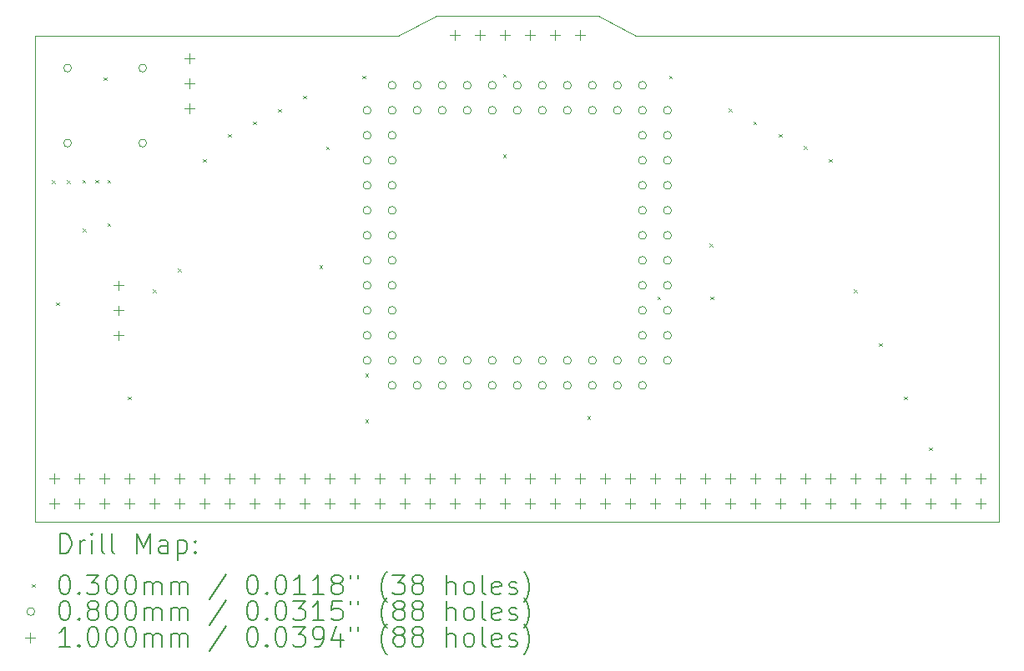
<source format=gbr>
%FSLAX45Y45*%
G04 Gerber Fmt 4.5, Leading zero omitted, Abs format (unit mm)*
G04 Created by KiCad (PCBNEW 6.0.1) date 2022-02-14 19:14:14*
%MOMM*%
%LPD*%
G01*
G04 APERTURE LIST*
%TA.AperFunction,Profile*%
%ADD10C,0.100000*%
%TD*%
%ADD11C,0.200000*%
%ADD12C,0.030000*%
%ADD13C,0.080000*%
%ADD14C,0.100000*%
G04 APERTURE END LIST*
D10*
X19588000Y-11702000D02*
X19588000Y-7150000D01*
X15904000Y-7150000D02*
X16056000Y-7150000D01*
X9808000Y-12090000D02*
X9880000Y-12090000D01*
X19588000Y-12042000D02*
X19588000Y-11702000D01*
X13880000Y-6950000D02*
X14003000Y-6950000D01*
X19184000Y-7150000D02*
X16056000Y-7150000D01*
X19415000Y-7150000D02*
X19184000Y-7150000D01*
X9808000Y-11623000D02*
X9808000Y-10606000D01*
X13492000Y-7150000D02*
X13880000Y-6950000D01*
X19588000Y-7150000D02*
X19415000Y-7150000D01*
X9808000Y-10606000D02*
X9808000Y-7150000D01*
X15904000Y-7150000D02*
X15520000Y-6950000D01*
X14003000Y-6950000D02*
X15520000Y-6950000D01*
X9808000Y-7150000D02*
X13492000Y-7150000D01*
X19588000Y-12090000D02*
X19588000Y-12042000D01*
X9808000Y-12090000D02*
X9808000Y-12029000D01*
X9808000Y-12029000D02*
X9808000Y-11623000D01*
X9880000Y-12090000D02*
X19588000Y-12090000D01*
D11*
D12*
X9979000Y-8615000D02*
X10009000Y-8645000D01*
X10009000Y-8615000D02*
X9979000Y-8645000D01*
X10018000Y-9857000D02*
X10048000Y-9887000D01*
X10048000Y-9857000D02*
X10018000Y-9887000D01*
X10131000Y-8615000D02*
X10161000Y-8645000D01*
X10161000Y-8615000D02*
X10131000Y-8645000D01*
X10285000Y-8614000D02*
X10315000Y-8644000D01*
X10315000Y-8614000D02*
X10285000Y-8644000D01*
X10291000Y-9107000D02*
X10321000Y-9137000D01*
X10321000Y-9107000D02*
X10291000Y-9137000D01*
X10416000Y-8614000D02*
X10446000Y-8644000D01*
X10446000Y-8614000D02*
X10416000Y-8644000D01*
X10504000Y-7570000D02*
X10534000Y-7600000D01*
X10534000Y-7570000D02*
X10504000Y-7600000D01*
X10541000Y-8614000D02*
X10571000Y-8644000D01*
X10571000Y-8614000D02*
X10541000Y-8644000D01*
X10541000Y-9052000D02*
X10571000Y-9082000D01*
X10571000Y-9052000D02*
X10541000Y-9082000D01*
X10748000Y-10815000D02*
X10778000Y-10845000D01*
X10778000Y-10815000D02*
X10748000Y-10845000D01*
X11001500Y-9724500D02*
X11031500Y-9754500D01*
X11031500Y-9724500D02*
X11001500Y-9754500D01*
X11255500Y-9515500D02*
X11285500Y-9545500D01*
X11285500Y-9515500D02*
X11255500Y-9545500D01*
X11510000Y-8400000D02*
X11540000Y-8430000D01*
X11540000Y-8400000D02*
X11510000Y-8430000D01*
X11763000Y-8148000D02*
X11793000Y-8178000D01*
X11793000Y-8148000D02*
X11763000Y-8178000D01*
X12018000Y-8019000D02*
X12048000Y-8049000D01*
X12048000Y-8019000D02*
X12018000Y-8049000D01*
X12271000Y-7892000D02*
X12301000Y-7922000D01*
X12301000Y-7892000D02*
X12271000Y-7922000D01*
X12526000Y-7757000D02*
X12556000Y-7787000D01*
X12556000Y-7757000D02*
X12526000Y-7787000D01*
X12690000Y-9481000D02*
X12720000Y-9511000D01*
X12720000Y-9481000D02*
X12690000Y-9511000D01*
X12760000Y-8274000D02*
X12790000Y-8304000D01*
X12790000Y-8274000D02*
X12760000Y-8304000D01*
X13128000Y-7553000D02*
X13158000Y-7583000D01*
X13158000Y-7553000D02*
X13128000Y-7583000D01*
X13158000Y-10583000D02*
X13188000Y-10613000D01*
X13188000Y-10583000D02*
X13158000Y-10613000D01*
X13158000Y-11047000D02*
X13188000Y-11077000D01*
X13188000Y-11047000D02*
X13158000Y-11077000D01*
X14555000Y-8356000D02*
X14585000Y-8386000D01*
X14585000Y-8356000D02*
X14555000Y-8386000D01*
X14555500Y-7537500D02*
X14585500Y-7567500D01*
X14585500Y-7537500D02*
X14555500Y-7567500D01*
X15410000Y-11013000D02*
X15440000Y-11043000D01*
X15440000Y-11013000D02*
X15410000Y-11043000D01*
X16120000Y-9800000D02*
X16150000Y-9830000D01*
X16150000Y-9800000D02*
X16120000Y-9830000D01*
X16238000Y-7554000D02*
X16268000Y-7584000D01*
X16268000Y-7554000D02*
X16238000Y-7584000D01*
X16647000Y-9261000D02*
X16677000Y-9291000D01*
X16677000Y-9261000D02*
X16647000Y-9291000D01*
X16656000Y-9800000D02*
X16686000Y-9830000D01*
X16686000Y-9800000D02*
X16656000Y-9830000D01*
X16843500Y-7888500D02*
X16873500Y-7918500D01*
X16873500Y-7888500D02*
X16843500Y-7918500D01*
X17095000Y-8019000D02*
X17125000Y-8049000D01*
X17125000Y-8019000D02*
X17095000Y-8049000D01*
X17353000Y-8146000D02*
X17383000Y-8176000D01*
X17383000Y-8146000D02*
X17353000Y-8176000D01*
X17606000Y-8272000D02*
X17636000Y-8302000D01*
X17636000Y-8272000D02*
X17606000Y-8302000D01*
X17860000Y-8400000D02*
X17890000Y-8430000D01*
X17890000Y-8400000D02*
X17860000Y-8430000D01*
X18113500Y-9727500D02*
X18143500Y-9757500D01*
X18143500Y-9727500D02*
X18113500Y-9757500D01*
X18367500Y-10271500D02*
X18397500Y-10301500D01*
X18397500Y-10271500D02*
X18367500Y-10301500D01*
X18622000Y-10813000D02*
X18652000Y-10843000D01*
X18652000Y-10813000D02*
X18622000Y-10843000D01*
X18875500Y-11330500D02*
X18905500Y-11360500D01*
X18905500Y-11330500D02*
X18875500Y-11360500D01*
D13*
X10176000Y-7477000D02*
G75*
G03*
X10176000Y-7477000I-40000J0D01*
G01*
X10176000Y-8239000D02*
G75*
G03*
X10176000Y-8239000I-40000J0D01*
G01*
X10938000Y-7477000D02*
G75*
G03*
X10938000Y-7477000I-40000J0D01*
G01*
X10938000Y-8239000D02*
G75*
G03*
X10938000Y-8239000I-40000J0D01*
G01*
X13214000Y-7907000D02*
G75*
G03*
X13214000Y-7907000I-40000J0D01*
G01*
X13214000Y-8161000D02*
G75*
G03*
X13214000Y-8161000I-40000J0D01*
G01*
X13214000Y-8415000D02*
G75*
G03*
X13214000Y-8415000I-40000J0D01*
G01*
X13214000Y-8669000D02*
G75*
G03*
X13214000Y-8669000I-40000J0D01*
G01*
X13214000Y-8923000D02*
G75*
G03*
X13214000Y-8923000I-40000J0D01*
G01*
X13214000Y-9177000D02*
G75*
G03*
X13214000Y-9177000I-40000J0D01*
G01*
X13214000Y-9431000D02*
G75*
G03*
X13214000Y-9431000I-40000J0D01*
G01*
X13214000Y-9685000D02*
G75*
G03*
X13214000Y-9685000I-40000J0D01*
G01*
X13214000Y-9939000D02*
G75*
G03*
X13214000Y-9939000I-40000J0D01*
G01*
X13214000Y-10193000D02*
G75*
G03*
X13214000Y-10193000I-40000J0D01*
G01*
X13214000Y-10447000D02*
G75*
G03*
X13214000Y-10447000I-40000J0D01*
G01*
X13468000Y-7653000D02*
G75*
G03*
X13468000Y-7653000I-40000J0D01*
G01*
X13468000Y-7907000D02*
G75*
G03*
X13468000Y-7907000I-40000J0D01*
G01*
X13468000Y-8161000D02*
G75*
G03*
X13468000Y-8161000I-40000J0D01*
G01*
X13468000Y-8415000D02*
G75*
G03*
X13468000Y-8415000I-40000J0D01*
G01*
X13468000Y-8669000D02*
G75*
G03*
X13468000Y-8669000I-40000J0D01*
G01*
X13468000Y-8923000D02*
G75*
G03*
X13468000Y-8923000I-40000J0D01*
G01*
X13468000Y-9177000D02*
G75*
G03*
X13468000Y-9177000I-40000J0D01*
G01*
X13468000Y-9431000D02*
G75*
G03*
X13468000Y-9431000I-40000J0D01*
G01*
X13468000Y-9685000D02*
G75*
G03*
X13468000Y-9685000I-40000J0D01*
G01*
X13468000Y-9939000D02*
G75*
G03*
X13468000Y-9939000I-40000J0D01*
G01*
X13468000Y-10193000D02*
G75*
G03*
X13468000Y-10193000I-40000J0D01*
G01*
X13468000Y-10447000D02*
G75*
G03*
X13468000Y-10447000I-40000J0D01*
G01*
X13468000Y-10701000D02*
G75*
G03*
X13468000Y-10701000I-40000J0D01*
G01*
X13722000Y-7653000D02*
G75*
G03*
X13722000Y-7653000I-40000J0D01*
G01*
X13722000Y-7907000D02*
G75*
G03*
X13722000Y-7907000I-40000J0D01*
G01*
X13722000Y-10447000D02*
G75*
G03*
X13722000Y-10447000I-40000J0D01*
G01*
X13722000Y-10701000D02*
G75*
G03*
X13722000Y-10701000I-40000J0D01*
G01*
X13976000Y-7653000D02*
G75*
G03*
X13976000Y-7653000I-40000J0D01*
G01*
X13976000Y-7907000D02*
G75*
G03*
X13976000Y-7907000I-40000J0D01*
G01*
X13976000Y-10447000D02*
G75*
G03*
X13976000Y-10447000I-40000J0D01*
G01*
X13976000Y-10701000D02*
G75*
G03*
X13976000Y-10701000I-40000J0D01*
G01*
X14230000Y-7653000D02*
G75*
G03*
X14230000Y-7653000I-40000J0D01*
G01*
X14230000Y-7907000D02*
G75*
G03*
X14230000Y-7907000I-40000J0D01*
G01*
X14230000Y-10447000D02*
G75*
G03*
X14230000Y-10447000I-40000J0D01*
G01*
X14230000Y-10701000D02*
G75*
G03*
X14230000Y-10701000I-40000J0D01*
G01*
X14484000Y-7653000D02*
G75*
G03*
X14484000Y-7653000I-40000J0D01*
G01*
X14484000Y-7907000D02*
G75*
G03*
X14484000Y-7907000I-40000J0D01*
G01*
X14484000Y-10447000D02*
G75*
G03*
X14484000Y-10447000I-40000J0D01*
G01*
X14484000Y-10701000D02*
G75*
G03*
X14484000Y-10701000I-40000J0D01*
G01*
X14738000Y-7653000D02*
G75*
G03*
X14738000Y-7653000I-40000J0D01*
G01*
X14738000Y-7907000D02*
G75*
G03*
X14738000Y-7907000I-40000J0D01*
G01*
X14738000Y-10447000D02*
G75*
G03*
X14738000Y-10447000I-40000J0D01*
G01*
X14738000Y-10701000D02*
G75*
G03*
X14738000Y-10701000I-40000J0D01*
G01*
X14992000Y-7653000D02*
G75*
G03*
X14992000Y-7653000I-40000J0D01*
G01*
X14992000Y-7907000D02*
G75*
G03*
X14992000Y-7907000I-40000J0D01*
G01*
X14992000Y-10447000D02*
G75*
G03*
X14992000Y-10447000I-40000J0D01*
G01*
X14992000Y-10701000D02*
G75*
G03*
X14992000Y-10701000I-40000J0D01*
G01*
X15246000Y-7653000D02*
G75*
G03*
X15246000Y-7653000I-40000J0D01*
G01*
X15246000Y-7907000D02*
G75*
G03*
X15246000Y-7907000I-40000J0D01*
G01*
X15246000Y-10447000D02*
G75*
G03*
X15246000Y-10447000I-40000J0D01*
G01*
X15246000Y-10701000D02*
G75*
G03*
X15246000Y-10701000I-40000J0D01*
G01*
X15500000Y-7653000D02*
G75*
G03*
X15500000Y-7653000I-40000J0D01*
G01*
X15500000Y-7907000D02*
G75*
G03*
X15500000Y-7907000I-40000J0D01*
G01*
X15500000Y-10447000D02*
G75*
G03*
X15500000Y-10447000I-40000J0D01*
G01*
X15500000Y-10701000D02*
G75*
G03*
X15500000Y-10701000I-40000J0D01*
G01*
X15754000Y-7653000D02*
G75*
G03*
X15754000Y-7653000I-40000J0D01*
G01*
X15754000Y-7907000D02*
G75*
G03*
X15754000Y-7907000I-40000J0D01*
G01*
X15754000Y-10447000D02*
G75*
G03*
X15754000Y-10447000I-40000J0D01*
G01*
X15754000Y-10701000D02*
G75*
G03*
X15754000Y-10701000I-40000J0D01*
G01*
X16008000Y-7653000D02*
G75*
G03*
X16008000Y-7653000I-40000J0D01*
G01*
X16008000Y-7907000D02*
G75*
G03*
X16008000Y-7907000I-40000J0D01*
G01*
X16008000Y-8161000D02*
G75*
G03*
X16008000Y-8161000I-40000J0D01*
G01*
X16008000Y-8415000D02*
G75*
G03*
X16008000Y-8415000I-40000J0D01*
G01*
X16008000Y-8669000D02*
G75*
G03*
X16008000Y-8669000I-40000J0D01*
G01*
X16008000Y-8923000D02*
G75*
G03*
X16008000Y-8923000I-40000J0D01*
G01*
X16008000Y-9177000D02*
G75*
G03*
X16008000Y-9177000I-40000J0D01*
G01*
X16008000Y-9431000D02*
G75*
G03*
X16008000Y-9431000I-40000J0D01*
G01*
X16008000Y-9685000D02*
G75*
G03*
X16008000Y-9685000I-40000J0D01*
G01*
X16008000Y-9939000D02*
G75*
G03*
X16008000Y-9939000I-40000J0D01*
G01*
X16008000Y-10193000D02*
G75*
G03*
X16008000Y-10193000I-40000J0D01*
G01*
X16008000Y-10447000D02*
G75*
G03*
X16008000Y-10447000I-40000J0D01*
G01*
X16008000Y-10701000D02*
G75*
G03*
X16008000Y-10701000I-40000J0D01*
G01*
X16262000Y-7907000D02*
G75*
G03*
X16262000Y-7907000I-40000J0D01*
G01*
X16262000Y-8161000D02*
G75*
G03*
X16262000Y-8161000I-40000J0D01*
G01*
X16262000Y-8415000D02*
G75*
G03*
X16262000Y-8415000I-40000J0D01*
G01*
X16262000Y-8669000D02*
G75*
G03*
X16262000Y-8669000I-40000J0D01*
G01*
X16262000Y-8923000D02*
G75*
G03*
X16262000Y-8923000I-40000J0D01*
G01*
X16262000Y-9177000D02*
G75*
G03*
X16262000Y-9177000I-40000J0D01*
G01*
X16262000Y-9431000D02*
G75*
G03*
X16262000Y-9431000I-40000J0D01*
G01*
X16262000Y-9685000D02*
G75*
G03*
X16262000Y-9685000I-40000J0D01*
G01*
X16262000Y-9939000D02*
G75*
G03*
X16262000Y-9939000I-40000J0D01*
G01*
X16262000Y-10193000D02*
G75*
G03*
X16262000Y-10193000I-40000J0D01*
G01*
X16262000Y-10447000D02*
G75*
G03*
X16262000Y-10447000I-40000J0D01*
G01*
D14*
X10000500Y-11596000D02*
X10000500Y-11696000D01*
X9950500Y-11646000D02*
X10050500Y-11646000D01*
X10000500Y-11850000D02*
X10000500Y-11950000D01*
X9950500Y-11900000D02*
X10050500Y-11900000D01*
X10254500Y-11596000D02*
X10254500Y-11696000D01*
X10204500Y-11646000D02*
X10304500Y-11646000D01*
X10254500Y-11850000D02*
X10254500Y-11950000D01*
X10204500Y-11900000D02*
X10304500Y-11900000D01*
X10508500Y-11596000D02*
X10508500Y-11696000D01*
X10458500Y-11646000D02*
X10558500Y-11646000D01*
X10508500Y-11850000D02*
X10508500Y-11950000D01*
X10458500Y-11900000D02*
X10558500Y-11900000D01*
X10651000Y-9636000D02*
X10651000Y-9736000D01*
X10601000Y-9686000D02*
X10701000Y-9686000D01*
X10651000Y-9890000D02*
X10651000Y-9990000D01*
X10601000Y-9940000D02*
X10701000Y-9940000D01*
X10651000Y-10144000D02*
X10651000Y-10244000D01*
X10601000Y-10194000D02*
X10701000Y-10194000D01*
X10762500Y-11596000D02*
X10762500Y-11696000D01*
X10712500Y-11646000D02*
X10812500Y-11646000D01*
X10762500Y-11850000D02*
X10762500Y-11950000D01*
X10712500Y-11900000D02*
X10812500Y-11900000D01*
X11016500Y-11596000D02*
X11016500Y-11696000D01*
X10966500Y-11646000D02*
X11066500Y-11646000D01*
X11016500Y-11850000D02*
X11016500Y-11950000D01*
X10966500Y-11900000D02*
X11066500Y-11900000D01*
X11270500Y-11596000D02*
X11270500Y-11696000D01*
X11220500Y-11646000D02*
X11320500Y-11646000D01*
X11270500Y-11850000D02*
X11270500Y-11950000D01*
X11220500Y-11900000D02*
X11320500Y-11900000D01*
X11372000Y-7328000D02*
X11372000Y-7428000D01*
X11322000Y-7378000D02*
X11422000Y-7378000D01*
X11372000Y-7582000D02*
X11372000Y-7682000D01*
X11322000Y-7632000D02*
X11422000Y-7632000D01*
X11372000Y-7836000D02*
X11372000Y-7936000D01*
X11322000Y-7886000D02*
X11422000Y-7886000D01*
X11524500Y-11596000D02*
X11524500Y-11696000D01*
X11474500Y-11646000D02*
X11574500Y-11646000D01*
X11524500Y-11850000D02*
X11524500Y-11950000D01*
X11474500Y-11900000D02*
X11574500Y-11900000D01*
X11778500Y-11596000D02*
X11778500Y-11696000D01*
X11728500Y-11646000D02*
X11828500Y-11646000D01*
X11778500Y-11850000D02*
X11778500Y-11950000D01*
X11728500Y-11900000D02*
X11828500Y-11900000D01*
X12032500Y-11596000D02*
X12032500Y-11696000D01*
X11982500Y-11646000D02*
X12082500Y-11646000D01*
X12032500Y-11850000D02*
X12032500Y-11950000D01*
X11982500Y-11900000D02*
X12082500Y-11900000D01*
X12286500Y-11596000D02*
X12286500Y-11696000D01*
X12236500Y-11646000D02*
X12336500Y-11646000D01*
X12286500Y-11850000D02*
X12286500Y-11950000D01*
X12236500Y-11900000D02*
X12336500Y-11900000D01*
X12540500Y-11596000D02*
X12540500Y-11696000D01*
X12490500Y-11646000D02*
X12590500Y-11646000D01*
X12540500Y-11850000D02*
X12540500Y-11950000D01*
X12490500Y-11900000D02*
X12590500Y-11900000D01*
X12794500Y-11596000D02*
X12794500Y-11696000D01*
X12744500Y-11646000D02*
X12844500Y-11646000D01*
X12794500Y-11850000D02*
X12794500Y-11950000D01*
X12744500Y-11900000D02*
X12844500Y-11900000D01*
X13048500Y-11596000D02*
X13048500Y-11696000D01*
X12998500Y-11646000D02*
X13098500Y-11646000D01*
X13048500Y-11850000D02*
X13048500Y-11950000D01*
X12998500Y-11900000D02*
X13098500Y-11900000D01*
X13302500Y-11596000D02*
X13302500Y-11696000D01*
X13252500Y-11646000D02*
X13352500Y-11646000D01*
X13302500Y-11850000D02*
X13302500Y-11950000D01*
X13252500Y-11900000D02*
X13352500Y-11900000D01*
X13556500Y-11596000D02*
X13556500Y-11696000D01*
X13506500Y-11646000D02*
X13606500Y-11646000D01*
X13556500Y-11850000D02*
X13556500Y-11950000D01*
X13506500Y-11900000D02*
X13606500Y-11900000D01*
X13810500Y-11596000D02*
X13810500Y-11696000D01*
X13760500Y-11646000D02*
X13860500Y-11646000D01*
X13810500Y-11850000D02*
X13810500Y-11950000D01*
X13760500Y-11900000D02*
X13860500Y-11900000D01*
X14063000Y-7090000D02*
X14063000Y-7190000D01*
X14013000Y-7140000D02*
X14113000Y-7140000D01*
X14064500Y-11596000D02*
X14064500Y-11696000D01*
X14014500Y-11646000D02*
X14114500Y-11646000D01*
X14064500Y-11850000D02*
X14064500Y-11950000D01*
X14014500Y-11900000D02*
X14114500Y-11900000D01*
X14317000Y-7090000D02*
X14317000Y-7190000D01*
X14267000Y-7140000D02*
X14367000Y-7140000D01*
X14318500Y-11596000D02*
X14318500Y-11696000D01*
X14268500Y-11646000D02*
X14368500Y-11646000D01*
X14318500Y-11850000D02*
X14318500Y-11950000D01*
X14268500Y-11900000D02*
X14368500Y-11900000D01*
X14571000Y-7090000D02*
X14571000Y-7190000D01*
X14521000Y-7140000D02*
X14621000Y-7140000D01*
X14572500Y-11596000D02*
X14572500Y-11696000D01*
X14522500Y-11646000D02*
X14622500Y-11646000D01*
X14572500Y-11850000D02*
X14572500Y-11950000D01*
X14522500Y-11900000D02*
X14622500Y-11900000D01*
X14825000Y-7090000D02*
X14825000Y-7190000D01*
X14775000Y-7140000D02*
X14875000Y-7140000D01*
X14826500Y-11596000D02*
X14826500Y-11696000D01*
X14776500Y-11646000D02*
X14876500Y-11646000D01*
X14826500Y-11850000D02*
X14826500Y-11950000D01*
X14776500Y-11900000D02*
X14876500Y-11900000D01*
X15079000Y-7090000D02*
X15079000Y-7190000D01*
X15029000Y-7140000D02*
X15129000Y-7140000D01*
X15080500Y-11596000D02*
X15080500Y-11696000D01*
X15030500Y-11646000D02*
X15130500Y-11646000D01*
X15080500Y-11850000D02*
X15080500Y-11950000D01*
X15030500Y-11900000D02*
X15130500Y-11900000D01*
X15333000Y-7090000D02*
X15333000Y-7190000D01*
X15283000Y-7140000D02*
X15383000Y-7140000D01*
X15334500Y-11596000D02*
X15334500Y-11696000D01*
X15284500Y-11646000D02*
X15384500Y-11646000D01*
X15334500Y-11850000D02*
X15334500Y-11950000D01*
X15284500Y-11900000D02*
X15384500Y-11900000D01*
X15588500Y-11596000D02*
X15588500Y-11696000D01*
X15538500Y-11646000D02*
X15638500Y-11646000D01*
X15588500Y-11850000D02*
X15588500Y-11950000D01*
X15538500Y-11900000D02*
X15638500Y-11900000D01*
X15842500Y-11596000D02*
X15842500Y-11696000D01*
X15792500Y-11646000D02*
X15892500Y-11646000D01*
X15842500Y-11850000D02*
X15842500Y-11950000D01*
X15792500Y-11900000D02*
X15892500Y-11900000D01*
X16096500Y-11596000D02*
X16096500Y-11696000D01*
X16046500Y-11646000D02*
X16146500Y-11646000D01*
X16096500Y-11850000D02*
X16096500Y-11950000D01*
X16046500Y-11900000D02*
X16146500Y-11900000D01*
X16350500Y-11596000D02*
X16350500Y-11696000D01*
X16300500Y-11646000D02*
X16400500Y-11646000D01*
X16350500Y-11850000D02*
X16350500Y-11950000D01*
X16300500Y-11900000D02*
X16400500Y-11900000D01*
X16604500Y-11596000D02*
X16604500Y-11696000D01*
X16554500Y-11646000D02*
X16654500Y-11646000D01*
X16604500Y-11850000D02*
X16604500Y-11950000D01*
X16554500Y-11900000D02*
X16654500Y-11900000D01*
X16858500Y-11596000D02*
X16858500Y-11696000D01*
X16808500Y-11646000D02*
X16908500Y-11646000D01*
X16858500Y-11850000D02*
X16858500Y-11950000D01*
X16808500Y-11900000D02*
X16908500Y-11900000D01*
X17112500Y-11596000D02*
X17112500Y-11696000D01*
X17062500Y-11646000D02*
X17162500Y-11646000D01*
X17112500Y-11850000D02*
X17112500Y-11950000D01*
X17062500Y-11900000D02*
X17162500Y-11900000D01*
X17366500Y-11596000D02*
X17366500Y-11696000D01*
X17316500Y-11646000D02*
X17416500Y-11646000D01*
X17366500Y-11850000D02*
X17366500Y-11950000D01*
X17316500Y-11900000D02*
X17416500Y-11900000D01*
X17620500Y-11596000D02*
X17620500Y-11696000D01*
X17570500Y-11646000D02*
X17670500Y-11646000D01*
X17620500Y-11850000D02*
X17620500Y-11950000D01*
X17570500Y-11900000D02*
X17670500Y-11900000D01*
X17874500Y-11596000D02*
X17874500Y-11696000D01*
X17824500Y-11646000D02*
X17924500Y-11646000D01*
X17874500Y-11850000D02*
X17874500Y-11950000D01*
X17824500Y-11900000D02*
X17924500Y-11900000D01*
X18128500Y-11596000D02*
X18128500Y-11696000D01*
X18078500Y-11646000D02*
X18178500Y-11646000D01*
X18128500Y-11850000D02*
X18128500Y-11950000D01*
X18078500Y-11900000D02*
X18178500Y-11900000D01*
X18382500Y-11596000D02*
X18382500Y-11696000D01*
X18332500Y-11646000D02*
X18432500Y-11646000D01*
X18382500Y-11850000D02*
X18382500Y-11950000D01*
X18332500Y-11900000D02*
X18432500Y-11900000D01*
X18636500Y-11596000D02*
X18636500Y-11696000D01*
X18586500Y-11646000D02*
X18686500Y-11646000D01*
X18636500Y-11850000D02*
X18636500Y-11950000D01*
X18586500Y-11900000D02*
X18686500Y-11900000D01*
X18890500Y-11596000D02*
X18890500Y-11696000D01*
X18840500Y-11646000D02*
X18940500Y-11646000D01*
X18890500Y-11850000D02*
X18890500Y-11950000D01*
X18840500Y-11900000D02*
X18940500Y-11900000D01*
X19144500Y-11596000D02*
X19144500Y-11696000D01*
X19094500Y-11646000D02*
X19194500Y-11646000D01*
X19144500Y-11850000D02*
X19144500Y-11950000D01*
X19094500Y-11900000D02*
X19194500Y-11900000D01*
X19398500Y-11596000D02*
X19398500Y-11696000D01*
X19348500Y-11646000D02*
X19448500Y-11646000D01*
X19398500Y-11850000D02*
X19398500Y-11950000D01*
X19348500Y-11900000D02*
X19448500Y-11900000D01*
D11*
X10060619Y-12405476D02*
X10060619Y-12205476D01*
X10108238Y-12205476D01*
X10136810Y-12215000D01*
X10155857Y-12234048D01*
X10165381Y-12253095D01*
X10174905Y-12291190D01*
X10174905Y-12319762D01*
X10165381Y-12357857D01*
X10155857Y-12376905D01*
X10136810Y-12395952D01*
X10108238Y-12405476D01*
X10060619Y-12405476D01*
X10260619Y-12405476D02*
X10260619Y-12272143D01*
X10260619Y-12310238D02*
X10270143Y-12291190D01*
X10279667Y-12281667D01*
X10298714Y-12272143D01*
X10317762Y-12272143D01*
X10384429Y-12405476D02*
X10384429Y-12272143D01*
X10384429Y-12205476D02*
X10374905Y-12215000D01*
X10384429Y-12224524D01*
X10393952Y-12215000D01*
X10384429Y-12205476D01*
X10384429Y-12224524D01*
X10508238Y-12405476D02*
X10489190Y-12395952D01*
X10479667Y-12376905D01*
X10479667Y-12205476D01*
X10613000Y-12405476D02*
X10593952Y-12395952D01*
X10584429Y-12376905D01*
X10584429Y-12205476D01*
X10841571Y-12405476D02*
X10841571Y-12205476D01*
X10908238Y-12348333D01*
X10974905Y-12205476D01*
X10974905Y-12405476D01*
X11155857Y-12405476D02*
X11155857Y-12300714D01*
X11146333Y-12281667D01*
X11127286Y-12272143D01*
X11089190Y-12272143D01*
X11070143Y-12281667D01*
X11155857Y-12395952D02*
X11136810Y-12405476D01*
X11089190Y-12405476D01*
X11070143Y-12395952D01*
X11060619Y-12376905D01*
X11060619Y-12357857D01*
X11070143Y-12338809D01*
X11089190Y-12329286D01*
X11136810Y-12329286D01*
X11155857Y-12319762D01*
X11251095Y-12272143D02*
X11251095Y-12472143D01*
X11251095Y-12281667D02*
X11270143Y-12272143D01*
X11308238Y-12272143D01*
X11327286Y-12281667D01*
X11336809Y-12291190D01*
X11346333Y-12310238D01*
X11346333Y-12367381D01*
X11336809Y-12386428D01*
X11327286Y-12395952D01*
X11308238Y-12405476D01*
X11270143Y-12405476D01*
X11251095Y-12395952D01*
X11432048Y-12386428D02*
X11441571Y-12395952D01*
X11432048Y-12405476D01*
X11422524Y-12395952D01*
X11432048Y-12386428D01*
X11432048Y-12405476D01*
X11432048Y-12281667D02*
X11441571Y-12291190D01*
X11432048Y-12300714D01*
X11422524Y-12291190D01*
X11432048Y-12281667D01*
X11432048Y-12300714D01*
D12*
X9773000Y-12720000D02*
X9803000Y-12750000D01*
X9803000Y-12720000D02*
X9773000Y-12750000D01*
D11*
X10098714Y-12625476D02*
X10117762Y-12625476D01*
X10136810Y-12635000D01*
X10146333Y-12644524D01*
X10155857Y-12663571D01*
X10165381Y-12701667D01*
X10165381Y-12749286D01*
X10155857Y-12787381D01*
X10146333Y-12806428D01*
X10136810Y-12815952D01*
X10117762Y-12825476D01*
X10098714Y-12825476D01*
X10079667Y-12815952D01*
X10070143Y-12806428D01*
X10060619Y-12787381D01*
X10051095Y-12749286D01*
X10051095Y-12701667D01*
X10060619Y-12663571D01*
X10070143Y-12644524D01*
X10079667Y-12635000D01*
X10098714Y-12625476D01*
X10251095Y-12806428D02*
X10260619Y-12815952D01*
X10251095Y-12825476D01*
X10241571Y-12815952D01*
X10251095Y-12806428D01*
X10251095Y-12825476D01*
X10327286Y-12625476D02*
X10451095Y-12625476D01*
X10384429Y-12701667D01*
X10413000Y-12701667D01*
X10432048Y-12711190D01*
X10441571Y-12720714D01*
X10451095Y-12739762D01*
X10451095Y-12787381D01*
X10441571Y-12806428D01*
X10432048Y-12815952D01*
X10413000Y-12825476D01*
X10355857Y-12825476D01*
X10336810Y-12815952D01*
X10327286Y-12806428D01*
X10574905Y-12625476D02*
X10593952Y-12625476D01*
X10613000Y-12635000D01*
X10622524Y-12644524D01*
X10632048Y-12663571D01*
X10641571Y-12701667D01*
X10641571Y-12749286D01*
X10632048Y-12787381D01*
X10622524Y-12806428D01*
X10613000Y-12815952D01*
X10593952Y-12825476D01*
X10574905Y-12825476D01*
X10555857Y-12815952D01*
X10546333Y-12806428D01*
X10536810Y-12787381D01*
X10527286Y-12749286D01*
X10527286Y-12701667D01*
X10536810Y-12663571D01*
X10546333Y-12644524D01*
X10555857Y-12635000D01*
X10574905Y-12625476D01*
X10765381Y-12625476D02*
X10784429Y-12625476D01*
X10803476Y-12635000D01*
X10813000Y-12644524D01*
X10822524Y-12663571D01*
X10832048Y-12701667D01*
X10832048Y-12749286D01*
X10822524Y-12787381D01*
X10813000Y-12806428D01*
X10803476Y-12815952D01*
X10784429Y-12825476D01*
X10765381Y-12825476D01*
X10746333Y-12815952D01*
X10736810Y-12806428D01*
X10727286Y-12787381D01*
X10717762Y-12749286D01*
X10717762Y-12701667D01*
X10727286Y-12663571D01*
X10736810Y-12644524D01*
X10746333Y-12635000D01*
X10765381Y-12625476D01*
X10917762Y-12825476D02*
X10917762Y-12692143D01*
X10917762Y-12711190D02*
X10927286Y-12701667D01*
X10946333Y-12692143D01*
X10974905Y-12692143D01*
X10993952Y-12701667D01*
X11003476Y-12720714D01*
X11003476Y-12825476D01*
X11003476Y-12720714D02*
X11013000Y-12701667D01*
X11032048Y-12692143D01*
X11060619Y-12692143D01*
X11079667Y-12701667D01*
X11089190Y-12720714D01*
X11089190Y-12825476D01*
X11184429Y-12825476D02*
X11184429Y-12692143D01*
X11184429Y-12711190D02*
X11193952Y-12701667D01*
X11213000Y-12692143D01*
X11241571Y-12692143D01*
X11260619Y-12701667D01*
X11270143Y-12720714D01*
X11270143Y-12825476D01*
X11270143Y-12720714D02*
X11279667Y-12701667D01*
X11298714Y-12692143D01*
X11327286Y-12692143D01*
X11346333Y-12701667D01*
X11355857Y-12720714D01*
X11355857Y-12825476D01*
X11746333Y-12615952D02*
X11574905Y-12873095D01*
X12003476Y-12625476D02*
X12022524Y-12625476D01*
X12041571Y-12635000D01*
X12051095Y-12644524D01*
X12060619Y-12663571D01*
X12070143Y-12701667D01*
X12070143Y-12749286D01*
X12060619Y-12787381D01*
X12051095Y-12806428D01*
X12041571Y-12815952D01*
X12022524Y-12825476D01*
X12003476Y-12825476D01*
X11984428Y-12815952D01*
X11974905Y-12806428D01*
X11965381Y-12787381D01*
X11955857Y-12749286D01*
X11955857Y-12701667D01*
X11965381Y-12663571D01*
X11974905Y-12644524D01*
X11984428Y-12635000D01*
X12003476Y-12625476D01*
X12155857Y-12806428D02*
X12165381Y-12815952D01*
X12155857Y-12825476D01*
X12146333Y-12815952D01*
X12155857Y-12806428D01*
X12155857Y-12825476D01*
X12289190Y-12625476D02*
X12308238Y-12625476D01*
X12327286Y-12635000D01*
X12336809Y-12644524D01*
X12346333Y-12663571D01*
X12355857Y-12701667D01*
X12355857Y-12749286D01*
X12346333Y-12787381D01*
X12336809Y-12806428D01*
X12327286Y-12815952D01*
X12308238Y-12825476D01*
X12289190Y-12825476D01*
X12270143Y-12815952D01*
X12260619Y-12806428D01*
X12251095Y-12787381D01*
X12241571Y-12749286D01*
X12241571Y-12701667D01*
X12251095Y-12663571D01*
X12260619Y-12644524D01*
X12270143Y-12635000D01*
X12289190Y-12625476D01*
X12546333Y-12825476D02*
X12432048Y-12825476D01*
X12489190Y-12825476D02*
X12489190Y-12625476D01*
X12470143Y-12654048D01*
X12451095Y-12673095D01*
X12432048Y-12682619D01*
X12736809Y-12825476D02*
X12622524Y-12825476D01*
X12679667Y-12825476D02*
X12679667Y-12625476D01*
X12660619Y-12654048D01*
X12641571Y-12673095D01*
X12622524Y-12682619D01*
X12851095Y-12711190D02*
X12832048Y-12701667D01*
X12822524Y-12692143D01*
X12813000Y-12673095D01*
X12813000Y-12663571D01*
X12822524Y-12644524D01*
X12832048Y-12635000D01*
X12851095Y-12625476D01*
X12889190Y-12625476D01*
X12908238Y-12635000D01*
X12917762Y-12644524D01*
X12927286Y-12663571D01*
X12927286Y-12673095D01*
X12917762Y-12692143D01*
X12908238Y-12701667D01*
X12889190Y-12711190D01*
X12851095Y-12711190D01*
X12832048Y-12720714D01*
X12822524Y-12730238D01*
X12813000Y-12749286D01*
X12813000Y-12787381D01*
X12822524Y-12806428D01*
X12832048Y-12815952D01*
X12851095Y-12825476D01*
X12889190Y-12825476D01*
X12908238Y-12815952D01*
X12917762Y-12806428D01*
X12927286Y-12787381D01*
X12927286Y-12749286D01*
X12917762Y-12730238D01*
X12908238Y-12720714D01*
X12889190Y-12711190D01*
X13003476Y-12625476D02*
X13003476Y-12663571D01*
X13079667Y-12625476D02*
X13079667Y-12663571D01*
X13374905Y-12901667D02*
X13365381Y-12892143D01*
X13346333Y-12863571D01*
X13336809Y-12844524D01*
X13327286Y-12815952D01*
X13317762Y-12768333D01*
X13317762Y-12730238D01*
X13327286Y-12682619D01*
X13336809Y-12654048D01*
X13346333Y-12635000D01*
X13365381Y-12606428D01*
X13374905Y-12596905D01*
X13432048Y-12625476D02*
X13555857Y-12625476D01*
X13489190Y-12701667D01*
X13517762Y-12701667D01*
X13536809Y-12711190D01*
X13546333Y-12720714D01*
X13555857Y-12739762D01*
X13555857Y-12787381D01*
X13546333Y-12806428D01*
X13536809Y-12815952D01*
X13517762Y-12825476D01*
X13460619Y-12825476D01*
X13441571Y-12815952D01*
X13432048Y-12806428D01*
X13670143Y-12711190D02*
X13651095Y-12701667D01*
X13641571Y-12692143D01*
X13632048Y-12673095D01*
X13632048Y-12663571D01*
X13641571Y-12644524D01*
X13651095Y-12635000D01*
X13670143Y-12625476D01*
X13708238Y-12625476D01*
X13727286Y-12635000D01*
X13736809Y-12644524D01*
X13746333Y-12663571D01*
X13746333Y-12673095D01*
X13736809Y-12692143D01*
X13727286Y-12701667D01*
X13708238Y-12711190D01*
X13670143Y-12711190D01*
X13651095Y-12720714D01*
X13641571Y-12730238D01*
X13632048Y-12749286D01*
X13632048Y-12787381D01*
X13641571Y-12806428D01*
X13651095Y-12815952D01*
X13670143Y-12825476D01*
X13708238Y-12825476D01*
X13727286Y-12815952D01*
X13736809Y-12806428D01*
X13746333Y-12787381D01*
X13746333Y-12749286D01*
X13736809Y-12730238D01*
X13727286Y-12720714D01*
X13708238Y-12711190D01*
X13984428Y-12825476D02*
X13984428Y-12625476D01*
X14070143Y-12825476D02*
X14070143Y-12720714D01*
X14060619Y-12701667D01*
X14041571Y-12692143D01*
X14013000Y-12692143D01*
X13993952Y-12701667D01*
X13984428Y-12711190D01*
X14193952Y-12825476D02*
X14174905Y-12815952D01*
X14165381Y-12806428D01*
X14155857Y-12787381D01*
X14155857Y-12730238D01*
X14165381Y-12711190D01*
X14174905Y-12701667D01*
X14193952Y-12692143D01*
X14222524Y-12692143D01*
X14241571Y-12701667D01*
X14251095Y-12711190D01*
X14260619Y-12730238D01*
X14260619Y-12787381D01*
X14251095Y-12806428D01*
X14241571Y-12815952D01*
X14222524Y-12825476D01*
X14193952Y-12825476D01*
X14374905Y-12825476D02*
X14355857Y-12815952D01*
X14346333Y-12796905D01*
X14346333Y-12625476D01*
X14527286Y-12815952D02*
X14508238Y-12825476D01*
X14470143Y-12825476D01*
X14451095Y-12815952D01*
X14441571Y-12796905D01*
X14441571Y-12720714D01*
X14451095Y-12701667D01*
X14470143Y-12692143D01*
X14508238Y-12692143D01*
X14527286Y-12701667D01*
X14536809Y-12720714D01*
X14536809Y-12739762D01*
X14441571Y-12758809D01*
X14613000Y-12815952D02*
X14632048Y-12825476D01*
X14670143Y-12825476D01*
X14689190Y-12815952D01*
X14698714Y-12796905D01*
X14698714Y-12787381D01*
X14689190Y-12768333D01*
X14670143Y-12758809D01*
X14641571Y-12758809D01*
X14622524Y-12749286D01*
X14613000Y-12730238D01*
X14613000Y-12720714D01*
X14622524Y-12701667D01*
X14641571Y-12692143D01*
X14670143Y-12692143D01*
X14689190Y-12701667D01*
X14765381Y-12901667D02*
X14774905Y-12892143D01*
X14793952Y-12863571D01*
X14803476Y-12844524D01*
X14813000Y-12815952D01*
X14822524Y-12768333D01*
X14822524Y-12730238D01*
X14813000Y-12682619D01*
X14803476Y-12654048D01*
X14793952Y-12635000D01*
X14774905Y-12606428D01*
X14765381Y-12596905D01*
D13*
X9803000Y-12999000D02*
G75*
G03*
X9803000Y-12999000I-40000J0D01*
G01*
D11*
X10098714Y-12889476D02*
X10117762Y-12889476D01*
X10136810Y-12899000D01*
X10146333Y-12908524D01*
X10155857Y-12927571D01*
X10165381Y-12965667D01*
X10165381Y-13013286D01*
X10155857Y-13051381D01*
X10146333Y-13070428D01*
X10136810Y-13079952D01*
X10117762Y-13089476D01*
X10098714Y-13089476D01*
X10079667Y-13079952D01*
X10070143Y-13070428D01*
X10060619Y-13051381D01*
X10051095Y-13013286D01*
X10051095Y-12965667D01*
X10060619Y-12927571D01*
X10070143Y-12908524D01*
X10079667Y-12899000D01*
X10098714Y-12889476D01*
X10251095Y-13070428D02*
X10260619Y-13079952D01*
X10251095Y-13089476D01*
X10241571Y-13079952D01*
X10251095Y-13070428D01*
X10251095Y-13089476D01*
X10374905Y-12975190D02*
X10355857Y-12965667D01*
X10346333Y-12956143D01*
X10336810Y-12937095D01*
X10336810Y-12927571D01*
X10346333Y-12908524D01*
X10355857Y-12899000D01*
X10374905Y-12889476D01*
X10413000Y-12889476D01*
X10432048Y-12899000D01*
X10441571Y-12908524D01*
X10451095Y-12927571D01*
X10451095Y-12937095D01*
X10441571Y-12956143D01*
X10432048Y-12965667D01*
X10413000Y-12975190D01*
X10374905Y-12975190D01*
X10355857Y-12984714D01*
X10346333Y-12994238D01*
X10336810Y-13013286D01*
X10336810Y-13051381D01*
X10346333Y-13070428D01*
X10355857Y-13079952D01*
X10374905Y-13089476D01*
X10413000Y-13089476D01*
X10432048Y-13079952D01*
X10441571Y-13070428D01*
X10451095Y-13051381D01*
X10451095Y-13013286D01*
X10441571Y-12994238D01*
X10432048Y-12984714D01*
X10413000Y-12975190D01*
X10574905Y-12889476D02*
X10593952Y-12889476D01*
X10613000Y-12899000D01*
X10622524Y-12908524D01*
X10632048Y-12927571D01*
X10641571Y-12965667D01*
X10641571Y-13013286D01*
X10632048Y-13051381D01*
X10622524Y-13070428D01*
X10613000Y-13079952D01*
X10593952Y-13089476D01*
X10574905Y-13089476D01*
X10555857Y-13079952D01*
X10546333Y-13070428D01*
X10536810Y-13051381D01*
X10527286Y-13013286D01*
X10527286Y-12965667D01*
X10536810Y-12927571D01*
X10546333Y-12908524D01*
X10555857Y-12899000D01*
X10574905Y-12889476D01*
X10765381Y-12889476D02*
X10784429Y-12889476D01*
X10803476Y-12899000D01*
X10813000Y-12908524D01*
X10822524Y-12927571D01*
X10832048Y-12965667D01*
X10832048Y-13013286D01*
X10822524Y-13051381D01*
X10813000Y-13070428D01*
X10803476Y-13079952D01*
X10784429Y-13089476D01*
X10765381Y-13089476D01*
X10746333Y-13079952D01*
X10736810Y-13070428D01*
X10727286Y-13051381D01*
X10717762Y-13013286D01*
X10717762Y-12965667D01*
X10727286Y-12927571D01*
X10736810Y-12908524D01*
X10746333Y-12899000D01*
X10765381Y-12889476D01*
X10917762Y-13089476D02*
X10917762Y-12956143D01*
X10917762Y-12975190D02*
X10927286Y-12965667D01*
X10946333Y-12956143D01*
X10974905Y-12956143D01*
X10993952Y-12965667D01*
X11003476Y-12984714D01*
X11003476Y-13089476D01*
X11003476Y-12984714D02*
X11013000Y-12965667D01*
X11032048Y-12956143D01*
X11060619Y-12956143D01*
X11079667Y-12965667D01*
X11089190Y-12984714D01*
X11089190Y-13089476D01*
X11184429Y-13089476D02*
X11184429Y-12956143D01*
X11184429Y-12975190D02*
X11193952Y-12965667D01*
X11213000Y-12956143D01*
X11241571Y-12956143D01*
X11260619Y-12965667D01*
X11270143Y-12984714D01*
X11270143Y-13089476D01*
X11270143Y-12984714D02*
X11279667Y-12965667D01*
X11298714Y-12956143D01*
X11327286Y-12956143D01*
X11346333Y-12965667D01*
X11355857Y-12984714D01*
X11355857Y-13089476D01*
X11746333Y-12879952D02*
X11574905Y-13137095D01*
X12003476Y-12889476D02*
X12022524Y-12889476D01*
X12041571Y-12899000D01*
X12051095Y-12908524D01*
X12060619Y-12927571D01*
X12070143Y-12965667D01*
X12070143Y-13013286D01*
X12060619Y-13051381D01*
X12051095Y-13070428D01*
X12041571Y-13079952D01*
X12022524Y-13089476D01*
X12003476Y-13089476D01*
X11984428Y-13079952D01*
X11974905Y-13070428D01*
X11965381Y-13051381D01*
X11955857Y-13013286D01*
X11955857Y-12965667D01*
X11965381Y-12927571D01*
X11974905Y-12908524D01*
X11984428Y-12899000D01*
X12003476Y-12889476D01*
X12155857Y-13070428D02*
X12165381Y-13079952D01*
X12155857Y-13089476D01*
X12146333Y-13079952D01*
X12155857Y-13070428D01*
X12155857Y-13089476D01*
X12289190Y-12889476D02*
X12308238Y-12889476D01*
X12327286Y-12899000D01*
X12336809Y-12908524D01*
X12346333Y-12927571D01*
X12355857Y-12965667D01*
X12355857Y-13013286D01*
X12346333Y-13051381D01*
X12336809Y-13070428D01*
X12327286Y-13079952D01*
X12308238Y-13089476D01*
X12289190Y-13089476D01*
X12270143Y-13079952D01*
X12260619Y-13070428D01*
X12251095Y-13051381D01*
X12241571Y-13013286D01*
X12241571Y-12965667D01*
X12251095Y-12927571D01*
X12260619Y-12908524D01*
X12270143Y-12899000D01*
X12289190Y-12889476D01*
X12422524Y-12889476D02*
X12546333Y-12889476D01*
X12479667Y-12965667D01*
X12508238Y-12965667D01*
X12527286Y-12975190D01*
X12536809Y-12984714D01*
X12546333Y-13003762D01*
X12546333Y-13051381D01*
X12536809Y-13070428D01*
X12527286Y-13079952D01*
X12508238Y-13089476D01*
X12451095Y-13089476D01*
X12432048Y-13079952D01*
X12422524Y-13070428D01*
X12736809Y-13089476D02*
X12622524Y-13089476D01*
X12679667Y-13089476D02*
X12679667Y-12889476D01*
X12660619Y-12918048D01*
X12641571Y-12937095D01*
X12622524Y-12946619D01*
X12917762Y-12889476D02*
X12822524Y-12889476D01*
X12813000Y-12984714D01*
X12822524Y-12975190D01*
X12841571Y-12965667D01*
X12889190Y-12965667D01*
X12908238Y-12975190D01*
X12917762Y-12984714D01*
X12927286Y-13003762D01*
X12927286Y-13051381D01*
X12917762Y-13070428D01*
X12908238Y-13079952D01*
X12889190Y-13089476D01*
X12841571Y-13089476D01*
X12822524Y-13079952D01*
X12813000Y-13070428D01*
X13003476Y-12889476D02*
X13003476Y-12927571D01*
X13079667Y-12889476D02*
X13079667Y-12927571D01*
X13374905Y-13165667D02*
X13365381Y-13156143D01*
X13346333Y-13127571D01*
X13336809Y-13108524D01*
X13327286Y-13079952D01*
X13317762Y-13032333D01*
X13317762Y-12994238D01*
X13327286Y-12946619D01*
X13336809Y-12918048D01*
X13346333Y-12899000D01*
X13365381Y-12870428D01*
X13374905Y-12860905D01*
X13479667Y-12975190D02*
X13460619Y-12965667D01*
X13451095Y-12956143D01*
X13441571Y-12937095D01*
X13441571Y-12927571D01*
X13451095Y-12908524D01*
X13460619Y-12899000D01*
X13479667Y-12889476D01*
X13517762Y-12889476D01*
X13536809Y-12899000D01*
X13546333Y-12908524D01*
X13555857Y-12927571D01*
X13555857Y-12937095D01*
X13546333Y-12956143D01*
X13536809Y-12965667D01*
X13517762Y-12975190D01*
X13479667Y-12975190D01*
X13460619Y-12984714D01*
X13451095Y-12994238D01*
X13441571Y-13013286D01*
X13441571Y-13051381D01*
X13451095Y-13070428D01*
X13460619Y-13079952D01*
X13479667Y-13089476D01*
X13517762Y-13089476D01*
X13536809Y-13079952D01*
X13546333Y-13070428D01*
X13555857Y-13051381D01*
X13555857Y-13013286D01*
X13546333Y-12994238D01*
X13536809Y-12984714D01*
X13517762Y-12975190D01*
X13670143Y-12975190D02*
X13651095Y-12965667D01*
X13641571Y-12956143D01*
X13632048Y-12937095D01*
X13632048Y-12927571D01*
X13641571Y-12908524D01*
X13651095Y-12899000D01*
X13670143Y-12889476D01*
X13708238Y-12889476D01*
X13727286Y-12899000D01*
X13736809Y-12908524D01*
X13746333Y-12927571D01*
X13746333Y-12937095D01*
X13736809Y-12956143D01*
X13727286Y-12965667D01*
X13708238Y-12975190D01*
X13670143Y-12975190D01*
X13651095Y-12984714D01*
X13641571Y-12994238D01*
X13632048Y-13013286D01*
X13632048Y-13051381D01*
X13641571Y-13070428D01*
X13651095Y-13079952D01*
X13670143Y-13089476D01*
X13708238Y-13089476D01*
X13727286Y-13079952D01*
X13736809Y-13070428D01*
X13746333Y-13051381D01*
X13746333Y-13013286D01*
X13736809Y-12994238D01*
X13727286Y-12984714D01*
X13708238Y-12975190D01*
X13984428Y-13089476D02*
X13984428Y-12889476D01*
X14070143Y-13089476D02*
X14070143Y-12984714D01*
X14060619Y-12965667D01*
X14041571Y-12956143D01*
X14013000Y-12956143D01*
X13993952Y-12965667D01*
X13984428Y-12975190D01*
X14193952Y-13089476D02*
X14174905Y-13079952D01*
X14165381Y-13070428D01*
X14155857Y-13051381D01*
X14155857Y-12994238D01*
X14165381Y-12975190D01*
X14174905Y-12965667D01*
X14193952Y-12956143D01*
X14222524Y-12956143D01*
X14241571Y-12965667D01*
X14251095Y-12975190D01*
X14260619Y-12994238D01*
X14260619Y-13051381D01*
X14251095Y-13070428D01*
X14241571Y-13079952D01*
X14222524Y-13089476D01*
X14193952Y-13089476D01*
X14374905Y-13089476D02*
X14355857Y-13079952D01*
X14346333Y-13060905D01*
X14346333Y-12889476D01*
X14527286Y-13079952D02*
X14508238Y-13089476D01*
X14470143Y-13089476D01*
X14451095Y-13079952D01*
X14441571Y-13060905D01*
X14441571Y-12984714D01*
X14451095Y-12965667D01*
X14470143Y-12956143D01*
X14508238Y-12956143D01*
X14527286Y-12965667D01*
X14536809Y-12984714D01*
X14536809Y-13003762D01*
X14441571Y-13022809D01*
X14613000Y-13079952D02*
X14632048Y-13089476D01*
X14670143Y-13089476D01*
X14689190Y-13079952D01*
X14698714Y-13060905D01*
X14698714Y-13051381D01*
X14689190Y-13032333D01*
X14670143Y-13022809D01*
X14641571Y-13022809D01*
X14622524Y-13013286D01*
X14613000Y-12994238D01*
X14613000Y-12984714D01*
X14622524Y-12965667D01*
X14641571Y-12956143D01*
X14670143Y-12956143D01*
X14689190Y-12965667D01*
X14765381Y-13165667D02*
X14774905Y-13156143D01*
X14793952Y-13127571D01*
X14803476Y-13108524D01*
X14813000Y-13079952D01*
X14822524Y-13032333D01*
X14822524Y-12994238D01*
X14813000Y-12946619D01*
X14803476Y-12918048D01*
X14793952Y-12899000D01*
X14774905Y-12870428D01*
X14765381Y-12860905D01*
D14*
X9753000Y-13213000D02*
X9753000Y-13313000D01*
X9703000Y-13263000D02*
X9803000Y-13263000D01*
D11*
X10165381Y-13353476D02*
X10051095Y-13353476D01*
X10108238Y-13353476D02*
X10108238Y-13153476D01*
X10089190Y-13182048D01*
X10070143Y-13201095D01*
X10051095Y-13210619D01*
X10251095Y-13334428D02*
X10260619Y-13343952D01*
X10251095Y-13353476D01*
X10241571Y-13343952D01*
X10251095Y-13334428D01*
X10251095Y-13353476D01*
X10384429Y-13153476D02*
X10403476Y-13153476D01*
X10422524Y-13163000D01*
X10432048Y-13172524D01*
X10441571Y-13191571D01*
X10451095Y-13229667D01*
X10451095Y-13277286D01*
X10441571Y-13315381D01*
X10432048Y-13334428D01*
X10422524Y-13343952D01*
X10403476Y-13353476D01*
X10384429Y-13353476D01*
X10365381Y-13343952D01*
X10355857Y-13334428D01*
X10346333Y-13315381D01*
X10336810Y-13277286D01*
X10336810Y-13229667D01*
X10346333Y-13191571D01*
X10355857Y-13172524D01*
X10365381Y-13163000D01*
X10384429Y-13153476D01*
X10574905Y-13153476D02*
X10593952Y-13153476D01*
X10613000Y-13163000D01*
X10622524Y-13172524D01*
X10632048Y-13191571D01*
X10641571Y-13229667D01*
X10641571Y-13277286D01*
X10632048Y-13315381D01*
X10622524Y-13334428D01*
X10613000Y-13343952D01*
X10593952Y-13353476D01*
X10574905Y-13353476D01*
X10555857Y-13343952D01*
X10546333Y-13334428D01*
X10536810Y-13315381D01*
X10527286Y-13277286D01*
X10527286Y-13229667D01*
X10536810Y-13191571D01*
X10546333Y-13172524D01*
X10555857Y-13163000D01*
X10574905Y-13153476D01*
X10765381Y-13153476D02*
X10784429Y-13153476D01*
X10803476Y-13163000D01*
X10813000Y-13172524D01*
X10822524Y-13191571D01*
X10832048Y-13229667D01*
X10832048Y-13277286D01*
X10822524Y-13315381D01*
X10813000Y-13334428D01*
X10803476Y-13343952D01*
X10784429Y-13353476D01*
X10765381Y-13353476D01*
X10746333Y-13343952D01*
X10736810Y-13334428D01*
X10727286Y-13315381D01*
X10717762Y-13277286D01*
X10717762Y-13229667D01*
X10727286Y-13191571D01*
X10736810Y-13172524D01*
X10746333Y-13163000D01*
X10765381Y-13153476D01*
X10917762Y-13353476D02*
X10917762Y-13220143D01*
X10917762Y-13239190D02*
X10927286Y-13229667D01*
X10946333Y-13220143D01*
X10974905Y-13220143D01*
X10993952Y-13229667D01*
X11003476Y-13248714D01*
X11003476Y-13353476D01*
X11003476Y-13248714D02*
X11013000Y-13229667D01*
X11032048Y-13220143D01*
X11060619Y-13220143D01*
X11079667Y-13229667D01*
X11089190Y-13248714D01*
X11089190Y-13353476D01*
X11184429Y-13353476D02*
X11184429Y-13220143D01*
X11184429Y-13239190D02*
X11193952Y-13229667D01*
X11213000Y-13220143D01*
X11241571Y-13220143D01*
X11260619Y-13229667D01*
X11270143Y-13248714D01*
X11270143Y-13353476D01*
X11270143Y-13248714D02*
X11279667Y-13229667D01*
X11298714Y-13220143D01*
X11327286Y-13220143D01*
X11346333Y-13229667D01*
X11355857Y-13248714D01*
X11355857Y-13353476D01*
X11746333Y-13143952D02*
X11574905Y-13401095D01*
X12003476Y-13153476D02*
X12022524Y-13153476D01*
X12041571Y-13163000D01*
X12051095Y-13172524D01*
X12060619Y-13191571D01*
X12070143Y-13229667D01*
X12070143Y-13277286D01*
X12060619Y-13315381D01*
X12051095Y-13334428D01*
X12041571Y-13343952D01*
X12022524Y-13353476D01*
X12003476Y-13353476D01*
X11984428Y-13343952D01*
X11974905Y-13334428D01*
X11965381Y-13315381D01*
X11955857Y-13277286D01*
X11955857Y-13229667D01*
X11965381Y-13191571D01*
X11974905Y-13172524D01*
X11984428Y-13163000D01*
X12003476Y-13153476D01*
X12155857Y-13334428D02*
X12165381Y-13343952D01*
X12155857Y-13353476D01*
X12146333Y-13343952D01*
X12155857Y-13334428D01*
X12155857Y-13353476D01*
X12289190Y-13153476D02*
X12308238Y-13153476D01*
X12327286Y-13163000D01*
X12336809Y-13172524D01*
X12346333Y-13191571D01*
X12355857Y-13229667D01*
X12355857Y-13277286D01*
X12346333Y-13315381D01*
X12336809Y-13334428D01*
X12327286Y-13343952D01*
X12308238Y-13353476D01*
X12289190Y-13353476D01*
X12270143Y-13343952D01*
X12260619Y-13334428D01*
X12251095Y-13315381D01*
X12241571Y-13277286D01*
X12241571Y-13229667D01*
X12251095Y-13191571D01*
X12260619Y-13172524D01*
X12270143Y-13163000D01*
X12289190Y-13153476D01*
X12422524Y-13153476D02*
X12546333Y-13153476D01*
X12479667Y-13229667D01*
X12508238Y-13229667D01*
X12527286Y-13239190D01*
X12536809Y-13248714D01*
X12546333Y-13267762D01*
X12546333Y-13315381D01*
X12536809Y-13334428D01*
X12527286Y-13343952D01*
X12508238Y-13353476D01*
X12451095Y-13353476D01*
X12432048Y-13343952D01*
X12422524Y-13334428D01*
X12641571Y-13353476D02*
X12679667Y-13353476D01*
X12698714Y-13343952D01*
X12708238Y-13334428D01*
X12727286Y-13305857D01*
X12736809Y-13267762D01*
X12736809Y-13191571D01*
X12727286Y-13172524D01*
X12717762Y-13163000D01*
X12698714Y-13153476D01*
X12660619Y-13153476D01*
X12641571Y-13163000D01*
X12632048Y-13172524D01*
X12622524Y-13191571D01*
X12622524Y-13239190D01*
X12632048Y-13258238D01*
X12641571Y-13267762D01*
X12660619Y-13277286D01*
X12698714Y-13277286D01*
X12717762Y-13267762D01*
X12727286Y-13258238D01*
X12736809Y-13239190D01*
X12908238Y-13220143D02*
X12908238Y-13353476D01*
X12860619Y-13143952D02*
X12813000Y-13286809D01*
X12936809Y-13286809D01*
X13003476Y-13153476D02*
X13003476Y-13191571D01*
X13079667Y-13153476D02*
X13079667Y-13191571D01*
X13374905Y-13429667D02*
X13365381Y-13420143D01*
X13346333Y-13391571D01*
X13336809Y-13372524D01*
X13327286Y-13343952D01*
X13317762Y-13296333D01*
X13317762Y-13258238D01*
X13327286Y-13210619D01*
X13336809Y-13182048D01*
X13346333Y-13163000D01*
X13365381Y-13134428D01*
X13374905Y-13124905D01*
X13479667Y-13239190D02*
X13460619Y-13229667D01*
X13451095Y-13220143D01*
X13441571Y-13201095D01*
X13441571Y-13191571D01*
X13451095Y-13172524D01*
X13460619Y-13163000D01*
X13479667Y-13153476D01*
X13517762Y-13153476D01*
X13536809Y-13163000D01*
X13546333Y-13172524D01*
X13555857Y-13191571D01*
X13555857Y-13201095D01*
X13546333Y-13220143D01*
X13536809Y-13229667D01*
X13517762Y-13239190D01*
X13479667Y-13239190D01*
X13460619Y-13248714D01*
X13451095Y-13258238D01*
X13441571Y-13277286D01*
X13441571Y-13315381D01*
X13451095Y-13334428D01*
X13460619Y-13343952D01*
X13479667Y-13353476D01*
X13517762Y-13353476D01*
X13536809Y-13343952D01*
X13546333Y-13334428D01*
X13555857Y-13315381D01*
X13555857Y-13277286D01*
X13546333Y-13258238D01*
X13536809Y-13248714D01*
X13517762Y-13239190D01*
X13670143Y-13239190D02*
X13651095Y-13229667D01*
X13641571Y-13220143D01*
X13632048Y-13201095D01*
X13632048Y-13191571D01*
X13641571Y-13172524D01*
X13651095Y-13163000D01*
X13670143Y-13153476D01*
X13708238Y-13153476D01*
X13727286Y-13163000D01*
X13736809Y-13172524D01*
X13746333Y-13191571D01*
X13746333Y-13201095D01*
X13736809Y-13220143D01*
X13727286Y-13229667D01*
X13708238Y-13239190D01*
X13670143Y-13239190D01*
X13651095Y-13248714D01*
X13641571Y-13258238D01*
X13632048Y-13277286D01*
X13632048Y-13315381D01*
X13641571Y-13334428D01*
X13651095Y-13343952D01*
X13670143Y-13353476D01*
X13708238Y-13353476D01*
X13727286Y-13343952D01*
X13736809Y-13334428D01*
X13746333Y-13315381D01*
X13746333Y-13277286D01*
X13736809Y-13258238D01*
X13727286Y-13248714D01*
X13708238Y-13239190D01*
X13984428Y-13353476D02*
X13984428Y-13153476D01*
X14070143Y-13353476D02*
X14070143Y-13248714D01*
X14060619Y-13229667D01*
X14041571Y-13220143D01*
X14013000Y-13220143D01*
X13993952Y-13229667D01*
X13984428Y-13239190D01*
X14193952Y-13353476D02*
X14174905Y-13343952D01*
X14165381Y-13334428D01*
X14155857Y-13315381D01*
X14155857Y-13258238D01*
X14165381Y-13239190D01*
X14174905Y-13229667D01*
X14193952Y-13220143D01*
X14222524Y-13220143D01*
X14241571Y-13229667D01*
X14251095Y-13239190D01*
X14260619Y-13258238D01*
X14260619Y-13315381D01*
X14251095Y-13334428D01*
X14241571Y-13343952D01*
X14222524Y-13353476D01*
X14193952Y-13353476D01*
X14374905Y-13353476D02*
X14355857Y-13343952D01*
X14346333Y-13324905D01*
X14346333Y-13153476D01*
X14527286Y-13343952D02*
X14508238Y-13353476D01*
X14470143Y-13353476D01*
X14451095Y-13343952D01*
X14441571Y-13324905D01*
X14441571Y-13248714D01*
X14451095Y-13229667D01*
X14470143Y-13220143D01*
X14508238Y-13220143D01*
X14527286Y-13229667D01*
X14536809Y-13248714D01*
X14536809Y-13267762D01*
X14441571Y-13286809D01*
X14613000Y-13343952D02*
X14632048Y-13353476D01*
X14670143Y-13353476D01*
X14689190Y-13343952D01*
X14698714Y-13324905D01*
X14698714Y-13315381D01*
X14689190Y-13296333D01*
X14670143Y-13286809D01*
X14641571Y-13286809D01*
X14622524Y-13277286D01*
X14613000Y-13258238D01*
X14613000Y-13248714D01*
X14622524Y-13229667D01*
X14641571Y-13220143D01*
X14670143Y-13220143D01*
X14689190Y-13229667D01*
X14765381Y-13429667D02*
X14774905Y-13420143D01*
X14793952Y-13391571D01*
X14803476Y-13372524D01*
X14813000Y-13343952D01*
X14822524Y-13296333D01*
X14822524Y-13258238D01*
X14813000Y-13210619D01*
X14803476Y-13182048D01*
X14793952Y-13163000D01*
X14774905Y-13134428D01*
X14765381Y-13124905D01*
M02*

</source>
